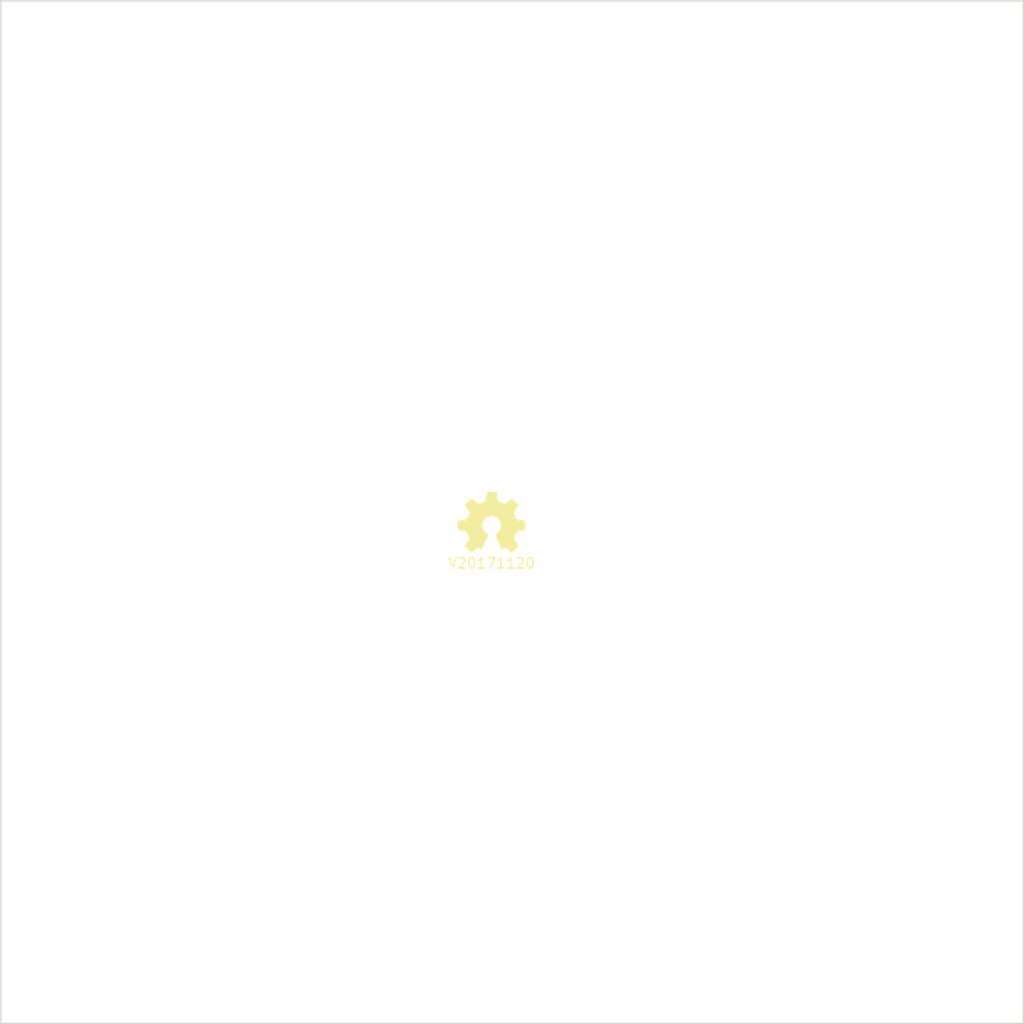
<source format=kicad_pcb>
(kicad_pcb (version 4) (host pcbnew 4.0.7-e2-6376~58~ubuntu17.04.1)

  (general
    (links 0)
    (no_connects 0)
    (area 143.609505 97.866906 152.473829 108.0274)
    (thickness 1.6)
    (drawings 4)
    (tracks 0)
    (zones 0)
    (modules 2)
    (nets 1)
  )

  (page A4)
  (layers
    (0 F.Cu signal)
    (31 B.Cu signal)
    (32 B.Adhes user)
    (33 F.Adhes user)
    (34 B.Paste user)
    (35 F.Paste user)
    (36 B.SilkS user)
    (37 F.SilkS user)
    (38 B.Mask user)
    (39 F.Mask user)
    (40 Dwgs.User user)
    (41 Cmts.User user)
    (42 Eco1.User user)
    (43 Eco2.User user)
    (44 Edge.Cuts user)
    (45 Margin user)
    (46 B.CrtYd user)
    (47 F.CrtYd user)
    (48 B.Fab user)
    (49 F.Fab user)
  )

  (setup
    (last_trace_width 0.1524)
    (user_trace_width 0.1524)
    (user_trace_width 0.2)
    (user_trace_width 0.3)
    (user_trace_width 0.4)
    (user_trace_width 0.6)
    (user_trace_width 1)
    (user_trace_width 1.5)
    (user_trace_width 2)
    (trace_clearance 0.1524)
    (zone_clearance 0.508)
    (zone_45_only no)
    (trace_min 0.1524)
    (segment_width 0.2)
    (edge_width 0.15)
    (via_size 0.4826)
    (via_drill 0.3048)
    (via_min_size 0.4826)
    (via_min_drill 0.3048)
    (user_via 0.4826 0.3048)
    (user_via 0.6 0.4)
    (user_via 0.8 0.6)
    (user_via 1 0.8)
    (user_via 1.3 1)
    (user_via 1.5 1.2)
    (user_via 1.7 1.4)
    (user_via 1.9 1.6)
    (uvia_size 0.4826)
    (uvia_drill 0.3048)
    (uvias_allowed no)
    (uvia_min_size 0.4826)
    (uvia_min_drill 0.3048)
    (pcb_text_width 0.3)
    (pcb_text_size 1.5 1.5)
    (mod_edge_width 0.15)
    (mod_text_size 1 1)
    (mod_text_width 0.15)
    (pad_size 1.524 1.524)
    (pad_drill 0.762)
    (pad_to_mask_clearance 0.2)
    (aux_axis_origin 0 0)
    (visible_elements FFFFFF7F)
    (pcbplotparams
      (layerselection 0x00030_80000001)
      (usegerberextensions false)
      (excludeedgelayer true)
      (linewidth 0.100000)
      (plotframeref false)
      (viasonmask false)
      (mode 1)
      (useauxorigin false)
      (hpglpennumber 1)
      (hpglpenspeed 20)
      (hpglpendiameter 15)
      (hpglpenoverlay 2)
      (psnegative false)
      (psa4output false)
      (plotreference true)
      (plotvalue true)
      (plotinvisibletext false)
      (padsonsilk false)
      (subtractmaskfromsilk false)
      (outputformat 1)
      (mirror false)
      (drillshape 1)
      (scaleselection 1)
      (outputdirectory ""))
  )

  (net 0 "")

  (net_class Default "This is the default net class."
    (clearance 0.1524)
    (trace_width 0.1524)
    (via_dia 0.4826)
    (via_drill 0.3048)
    (uvia_dia 0.4826)
    (uvia_drill 0.3048)
  )

  (module Symbols:OSHW-Symbol_6.7x6mm_SilkScreen (layer F.Cu) (tedit 0) (tstamp 5A135134)
    (at 148 101)
    (descr "Open Source Hardware Symbol")
    (tags "Logo Symbol OSHW")
    (path /5A135869)
    (attr virtual)
    (fp_text reference N1 (at 0 0) (layer F.SilkS) hide
      (effects (font (size 1 1) (thickness 0.15)))
    )
    (fp_text value OHWLOGO (at 0.75 0) (layer F.Fab) hide
      (effects (font (size 1 1) (thickness 0.15)))
    )
    (fp_poly (pts (xy 0.555814 -2.531069) (xy 0.639635 -2.086445) (xy 0.94892 -1.958947) (xy 1.258206 -1.831449)
      (xy 1.629246 -2.083754) (xy 1.733157 -2.154004) (xy 1.827087 -2.216728) (xy 1.906652 -2.269062)
      (xy 1.96747 -2.308143) (xy 2.005157 -2.331107) (xy 2.015421 -2.336058) (xy 2.03391 -2.323324)
      (xy 2.07342 -2.288118) (xy 2.129522 -2.234938) (xy 2.197787 -2.168282) (xy 2.273786 -2.092646)
      (xy 2.353092 -2.012528) (xy 2.431275 -1.932426) (xy 2.503907 -1.856836) (xy 2.566559 -1.790255)
      (xy 2.614803 -1.737182) (xy 2.64421 -1.702113) (xy 2.651241 -1.690377) (xy 2.641123 -1.66874)
      (xy 2.612759 -1.621338) (xy 2.569129 -1.552807) (xy 2.513218 -1.467785) (xy 2.448006 -1.370907)
      (xy 2.410219 -1.31565) (xy 2.341343 -1.214752) (xy 2.28014 -1.123701) (xy 2.229578 -1.04703)
      (xy 2.192628 -0.989272) (xy 2.172258 -0.954957) (xy 2.169197 -0.947746) (xy 2.176136 -0.927252)
      (xy 2.195051 -0.879487) (xy 2.223087 -0.811168) (xy 2.257391 -0.729011) (xy 2.295109 -0.63973)
      (xy 2.333387 -0.550042) (xy 2.36937 -0.466662) (xy 2.400206 -0.396306) (xy 2.423039 -0.34569)
      (xy 2.435017 -0.321529) (xy 2.435724 -0.320578) (xy 2.454531 -0.315964) (xy 2.504618 -0.305672)
      (xy 2.580793 -0.290713) (xy 2.677865 -0.272099) (xy 2.790643 -0.250841) (xy 2.856442 -0.238582)
      (xy 2.97695 -0.215638) (xy 3.085797 -0.193805) (xy 3.177476 -0.174278) (xy 3.246481 -0.158252)
      (xy 3.287304 -0.146921) (xy 3.295511 -0.143326) (xy 3.303548 -0.118994) (xy 3.310033 -0.064041)
      (xy 3.31497 0.015108) (xy 3.318364 0.112026) (xy 3.320218 0.220287) (xy 3.320538 0.333465)
      (xy 3.319327 0.445135) (xy 3.31659 0.548868) (xy 3.312331 0.638241) (xy 3.306555 0.706826)
      (xy 3.299267 0.748197) (xy 3.294895 0.75681) (xy 3.268764 0.767133) (xy 3.213393 0.781892)
      (xy 3.136107 0.799352) (xy 3.04423 0.81778) (xy 3.012158 0.823741) (xy 2.857524 0.852066)
      (xy 2.735375 0.874876) (xy 2.641673 0.89308) (xy 2.572384 0.907583) (xy 2.523471 0.919292)
      (xy 2.490897 0.929115) (xy 2.470628 0.937956) (xy 2.458626 0.946724) (xy 2.456947 0.948457)
      (xy 2.440184 0.976371) (xy 2.414614 1.030695) (xy 2.382788 1.104777) (xy 2.34726 1.191965)
      (xy 2.310583 1.285608) (xy 2.275311 1.379052) (xy 2.243996 1.465647) (xy 2.219193 1.53874)
      (xy 2.203454 1.591678) (xy 2.199332 1.617811) (xy 2.199676 1.618726) (xy 2.213641 1.640086)
      (xy 2.245322 1.687084) (xy 2.291391 1.754827) (xy 2.348518 1.838423) (xy 2.413373 1.932982)
      (xy 2.431843 1.959854) (xy 2.497699 2.057275) (xy 2.55565 2.146163) (xy 2.602538 2.221412)
      (xy 2.635207 2.27792) (xy 2.6505 2.310581) (xy 2.651241 2.314593) (xy 2.638392 2.335684)
      (xy 2.602888 2.377464) (xy 2.549293 2.435445) (xy 2.482171 2.505135) (xy 2.406087 2.582045)
      (xy 2.325604 2.661683) (xy 2.245287 2.739561) (xy 2.169699 2.811186) (xy 2.103405 2.87207)
      (xy 2.050969 2.917721) (xy 2.016955 2.94365) (xy 2.007545 2.947883) (xy 1.985643 2.937912)
      (xy 1.9408 2.91102) (xy 1.880321 2.871736) (xy 1.833789 2.840117) (xy 1.749475 2.782098)
      (xy 1.649626 2.713784) (xy 1.549473 2.645579) (xy 1.495627 2.609075) (xy 1.313371 2.4858)
      (xy 1.160381 2.56852) (xy 1.090682 2.604759) (xy 1.031414 2.632926) (xy 0.991311 2.648991)
      (xy 0.981103 2.651226) (xy 0.968829 2.634722) (xy 0.944613 2.588082) (xy 0.910263 2.515609)
      (xy 0.867588 2.421606) (xy 0.818394 2.310374) (xy 0.76449 2.186215) (xy 0.707684 2.053432)
      (xy 0.649782 1.916327) (xy 0.592593 1.779202) (xy 0.537924 1.646358) (xy 0.487584 1.522098)
      (xy 0.44338 1.410725) (xy 0.407119 1.316539) (xy 0.380609 1.243844) (xy 0.365658 1.196941)
      (xy 0.363254 1.180833) (xy 0.382311 1.160286) (xy 0.424036 1.126933) (xy 0.479706 1.087702)
      (xy 0.484378 1.084599) (xy 0.628264 0.969423) (xy 0.744283 0.835053) (xy 0.83143 0.685784)
      (xy 0.888699 0.525913) (xy 0.915086 0.359737) (xy 0.909585 0.191552) (xy 0.87119 0.025655)
      (xy 0.798895 -0.133658) (xy 0.777626 -0.168513) (xy 0.666996 -0.309263) (xy 0.536302 -0.422286)
      (xy 0.390064 -0.506997) (xy 0.232808 -0.562806) (xy 0.069057 -0.589126) (xy -0.096667 -0.58537)
      (xy -0.259838 -0.55095) (xy -0.415935 -0.485277) (xy -0.560433 -0.387765) (xy -0.605131 -0.348187)
      (xy -0.718888 -0.224297) (xy -0.801782 -0.093876) (xy -0.858644 0.052315) (xy -0.890313 0.197088)
      (xy -0.898131 0.35986) (xy -0.872062 0.52344) (xy -0.814755 0.682298) (xy -0.728856 0.830906)
      (xy -0.617014 0.963735) (xy -0.481877 1.075256) (xy -0.464117 1.087011) (xy -0.40785 1.125508)
      (xy -0.365077 1.158863) (xy -0.344628 1.18016) (xy -0.344331 1.180833) (xy -0.348721 1.203871)
      (xy -0.366124 1.256157) (xy -0.394732 1.33339) (xy -0.432735 1.431268) (xy -0.478326 1.545491)
      (xy -0.529697 1.671758) (xy -0.585038 1.805767) (xy -0.642542 1.943218) (xy -0.700399 2.079808)
      (xy -0.756802 2.211237) (xy -0.809942 2.333205) (xy -0.85801 2.441409) (xy -0.899199 2.531549)
      (xy -0.931699 2.599323) (xy -0.953703 2.64043) (xy -0.962564 2.651226) (xy -0.98964 2.642819)
      (xy -1.040303 2.620272) (xy -1.105817 2.587613) (xy -1.141841 2.56852) (xy -1.294832 2.4858)
      (xy -1.477088 2.609075) (xy -1.570125 2.672228) (xy -1.671985 2.741727) (xy -1.767438 2.807165)
      (xy -1.81525 2.840117) (xy -1.882495 2.885273) (xy -1.939436 2.921057) (xy -1.978646 2.942938)
      (xy -1.991381 2.947563) (xy -2.009917 2.935085) (xy -2.050941 2.900252) (xy -2.110475 2.846678)
      (xy -2.184542 2.777983) (xy -2.269165 2.697781) (xy -2.322685 2.646286) (xy -2.416319 2.554286)
      (xy -2.497241 2.471999) (xy -2.562177 2.402945) (xy -2.607858 2.350644) (xy -2.631011 2.318616)
      (xy -2.633232 2.312116) (xy -2.622924 2.287394) (xy -2.594439 2.237405) (xy -2.550937 2.167212)
      (xy -2.495577 2.081875) (xy -2.43152 1.986456) (xy -2.413303 1.959854) (xy -2.346927 1.863167)
      (xy -2.287378 1.776117) (xy -2.237984 1.703595) (xy -2.202075 1.650493) (xy -2.182981 1.621703)
      (xy -2.181136 1.618726) (xy -2.183895 1.595782) (xy -2.198538 1.545336) (xy -2.222513 1.474041)
      (xy -2.253266 1.388547) (xy -2.288244 1.295507) (xy -2.324893 1.201574) (xy -2.360661 1.113399)
      (xy -2.392994 1.037634) (xy -2.419338 0.980931) (xy -2.437142 0.949943) (xy -2.438407 0.948457)
      (xy -2.449294 0.939601) (xy -2.467682 0.930843) (xy -2.497606 0.921277) (xy -2.543103 0.909996)
      (xy -2.608209 0.896093) (xy -2.696961 0.878663) (xy -2.813393 0.856798) (xy -2.961542 0.829591)
      (xy -2.993618 0.823741) (xy -3.088686 0.805374) (xy -3.171565 0.787405) (xy -3.23493 0.771569)
      (xy -3.271458 0.7596) (xy -3.276356 0.75681) (xy -3.284427 0.732072) (xy -3.290987 0.67679)
      (xy -3.296033 0.597389) (xy -3.299559 0.500296) (xy -3.301561 0.391938) (xy -3.302036 0.27874)
      (xy -3.300977 0.167128) (xy -3.298382 0.063529) (xy -3.294246 -0.025632) (xy -3.288563 -0.093928)
      (xy -3.281331 -0.134934) (xy -3.276971 -0.143326) (xy -3.252698 -0.151792) (xy -3.197426 -0.165565)
      (xy -3.116662 -0.18345) (xy -3.015912 -0.204252) (xy -2.900683 -0.226777) (xy -2.837902 -0.238582)
      (xy -2.718787 -0.260849) (xy -2.612565 -0.281021) (xy -2.524427 -0.298085) (xy -2.459566 -0.311031)
      (xy -2.423174 -0.318845) (xy -2.417184 -0.320578) (xy -2.407061 -0.34011) (xy -2.385662 -0.387157)
      (xy -2.355839 -0.454997) (xy -2.320445 -0.536909) (xy -2.282332 -0.626172) (xy -2.244353 -0.716065)
      (xy -2.20936 -0.799865) (xy -2.180206 -0.870853) (xy -2.159743 -0.922306) (xy -2.150823 -0.947503)
      (xy -2.150657 -0.948604) (xy -2.160769 -0.968481) (xy -2.189117 -1.014223) (xy -2.232723 -1.081283)
      (xy -2.288606 -1.165116) (xy -2.353787 -1.261174) (xy -2.391679 -1.31635) (xy -2.460725 -1.417519)
      (xy -2.52205 -1.50937) (xy -2.572663 -1.587256) (xy -2.609571 -1.646531) (xy -2.629782 -1.682549)
      (xy -2.632701 -1.690623) (xy -2.620153 -1.709416) (xy -2.585463 -1.749543) (xy -2.533063 -1.806507)
      (xy -2.467384 -1.875815) (xy -2.392856 -1.952969) (xy -2.313913 -2.033475) (xy -2.234983 -2.112837)
      (xy -2.1605 -2.18656) (xy -2.094894 -2.250148) (xy -2.042596 -2.299106) (xy -2.008039 -2.328939)
      (xy -1.996478 -2.336058) (xy -1.977654 -2.326047) (xy -1.932631 -2.297922) (xy -1.865787 -2.254546)
      (xy -1.781499 -2.198782) (xy -1.684144 -2.133494) (xy -1.610707 -2.083754) (xy -1.239667 -1.831449)
      (xy -0.621095 -2.086445) (xy -0.537275 -2.531069) (xy -0.453454 -2.975693) (xy 0.471994 -2.975693)
      (xy 0.555814 -2.531069)) (layer F.SilkS) (width 0.01))
  )

  (module SquantorLabels:Label_version (layer F.Cu) (tedit 59D3ED5E) (tstamp 5A135138)
    (at 148 105)
    (path /5A1357A5)
    (fp_text reference N2 (at 0 2) (layer F.Fab) hide
      (effects (font (size 1 1) (thickness 0.15)))
    )
    (fp_text value V20171120 (at 0 0) (layer F.SilkS)
      (effects (font (size 1 1) (thickness 0.15)))
    )
  )

  (gr_line (start 100 150) (end 100 50) (layer Edge.Cuts) (width 0.15))
  (gr_line (start 200 150) (end 100 150) (layer Edge.Cuts) (width 0.15))
  (gr_line (start 200 50) (end 200 150) (layer Edge.Cuts) (width 0.15))
  (gr_line (start 100 50) (end 200 50) (layer Edge.Cuts) (width 0.15))

)

</source>
